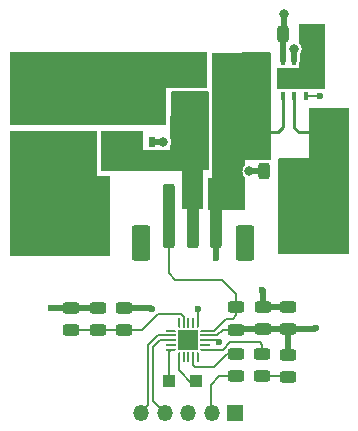
<source format=gbr>
%TF.GenerationSoftware,KiCad,Pcbnew,6.0.11-2627ca5db0~126~ubuntu22.04.1*%
%TF.CreationDate,2023-11-28T13:50:45+01:00*%
%TF.ProjectId,led_buck_3a,6c65645f-6275-4636-9b5f-33612e6b6963,rev?*%
%TF.SameCoordinates,Original*%
%TF.FileFunction,Copper,L1,Top*%
%TF.FilePolarity,Positive*%
%FSLAX46Y46*%
G04 Gerber Fmt 4.6, Leading zero omitted, Abs format (unit mm)*
G04 Created by KiCad (PCBNEW 6.0.11-2627ca5db0~126~ubuntu22.04.1) date 2023-11-28 13:50:45*
%MOMM*%
%LPD*%
G01*
G04 APERTURE LIST*
G04 Aperture macros list*
%AMRoundRect*
0 Rectangle with rounded corners*
0 $1 Rounding radius*
0 $2 $3 $4 $5 $6 $7 $8 $9 X,Y pos of 4 corners*
0 Add a 4 corners polygon primitive as box body*
4,1,4,$2,$3,$4,$5,$6,$7,$8,$9,$2,$3,0*
0 Add four circle primitives for the rounded corners*
1,1,$1+$1,$2,$3*
1,1,$1+$1,$4,$5*
1,1,$1+$1,$6,$7*
1,1,$1+$1,$8,$9*
0 Add four rect primitives between the rounded corners*
20,1,$1+$1,$2,$3,$4,$5,0*
20,1,$1+$1,$4,$5,$6,$7,0*
20,1,$1+$1,$6,$7,$8,$9,0*
20,1,$1+$1,$8,$9,$2,$3,0*%
%AMFreePoly0*
4,1,14,0.334644,0.085355,0.385355,0.034644,0.400000,-0.000711,0.400000,-0.050000,0.385355,-0.085355,0.350000,-0.100000,-0.350000,-0.100000,-0.385355,-0.085355,-0.400000,-0.050000,-0.400000,0.050000,-0.385355,0.085355,-0.350000,0.100000,0.299289,0.100000,0.334644,0.085355,0.334644,0.085355,$1*%
%AMFreePoly1*
4,1,14,0.385355,0.085355,0.400000,0.050000,0.400000,0.000711,0.385355,-0.034644,0.334644,-0.085355,0.299289,-0.100000,-0.350000,-0.100000,-0.385355,-0.085355,-0.400000,-0.050000,-0.400000,0.050000,-0.385355,0.085355,-0.350000,0.100000,0.350000,0.100000,0.385355,0.085355,0.385355,0.085355,$1*%
%AMFreePoly2*
4,1,14,0.085355,0.385355,0.100000,0.350000,0.100000,-0.350000,0.085355,-0.385355,0.050000,-0.400000,-0.050000,-0.400000,-0.085355,-0.385355,-0.100000,-0.350000,-0.100000,0.299289,-0.085355,0.334644,-0.034644,0.385355,0.000711,0.400000,0.050000,0.400000,0.085355,0.385355,0.085355,0.385355,$1*%
%AMFreePoly3*
4,1,14,0.034644,0.385355,0.085355,0.334644,0.100000,0.299289,0.100000,-0.350000,0.085355,-0.385355,0.050000,-0.400000,-0.050000,-0.400000,-0.085355,-0.385355,-0.100000,-0.350000,-0.100000,0.350000,-0.085355,0.385355,-0.050000,0.400000,-0.000711,0.400000,0.034644,0.385355,0.034644,0.385355,$1*%
%AMFreePoly4*
4,1,14,0.385355,0.085355,0.400000,0.050000,0.400000,-0.050000,0.385355,-0.085355,0.350000,-0.100000,-0.299289,-0.100000,-0.334644,-0.085355,-0.385355,-0.034644,-0.400000,0.000711,-0.400000,0.050000,-0.385355,0.085355,-0.350000,0.100000,0.350000,0.100000,0.385355,0.085355,0.385355,0.085355,$1*%
%AMFreePoly5*
4,1,14,0.385355,0.085355,0.400000,0.050000,0.400000,-0.050000,0.385355,-0.085355,0.350000,-0.100000,-0.350000,-0.100000,-0.385355,-0.085355,-0.400000,-0.050000,-0.400000,-0.000711,-0.385355,0.034644,-0.334644,0.085355,-0.299289,0.100000,0.350000,0.100000,0.385355,0.085355,0.385355,0.085355,$1*%
%AMFreePoly6*
4,1,14,0.085355,0.385355,0.100000,0.350000,0.100000,-0.299289,0.085355,-0.334644,0.034644,-0.385355,-0.000711,-0.400000,-0.050000,-0.400000,-0.085355,-0.385355,-0.100000,-0.350000,-0.100000,0.350000,-0.085355,0.385355,-0.050000,0.400000,0.050000,0.400000,0.085355,0.385355,0.085355,0.385355,$1*%
%AMFreePoly7*
4,1,14,0.085355,0.385355,0.100000,0.350000,0.100000,-0.350000,0.085355,-0.385355,0.050000,-0.400000,0.000711,-0.400000,-0.034644,-0.385355,-0.085355,-0.334644,-0.100000,-0.299289,-0.100000,0.350000,-0.085355,0.385355,-0.050000,0.400000,0.050000,0.400000,0.085355,0.385355,0.085355,0.385355,$1*%
G04 Aperture macros list end*
%TA.AperFunction,SMDPad,CuDef*%
%ADD10RoundRect,0.243750X-0.243750X-0.456250X0.243750X-0.456250X0.243750X0.456250X-0.243750X0.456250X0*%
%TD*%
%TA.AperFunction,SMDPad,CuDef*%
%ADD11RoundRect,0.243750X0.456250X-0.243750X0.456250X0.243750X-0.456250X0.243750X-0.456250X-0.243750X0*%
%TD*%
%TA.AperFunction,SMDPad,CuDef*%
%ADD12R,2.500000X1.800000*%
%TD*%
%TA.AperFunction,SMDPad,CuDef*%
%ADD13RoundRect,0.243750X-0.456250X0.243750X-0.456250X-0.243750X0.456250X-0.243750X0.456250X0.243750X0*%
%TD*%
%TA.AperFunction,SMDPad,CuDef*%
%ADD14FreePoly0,180.000000*%
%TD*%
%TA.AperFunction,SMDPad,CuDef*%
%ADD15RoundRect,0.050000X0.350000X0.050000X-0.350000X0.050000X-0.350000X-0.050000X0.350000X-0.050000X0*%
%TD*%
%TA.AperFunction,SMDPad,CuDef*%
%ADD16FreePoly1,180.000000*%
%TD*%
%TA.AperFunction,SMDPad,CuDef*%
%ADD17FreePoly2,180.000000*%
%TD*%
%TA.AperFunction,SMDPad,CuDef*%
%ADD18RoundRect,0.050000X0.050000X0.350000X-0.050000X0.350000X-0.050000X-0.350000X0.050000X-0.350000X0*%
%TD*%
%TA.AperFunction,SMDPad,CuDef*%
%ADD19FreePoly3,180.000000*%
%TD*%
%TA.AperFunction,SMDPad,CuDef*%
%ADD20FreePoly4,180.000000*%
%TD*%
%TA.AperFunction,SMDPad,CuDef*%
%ADD21FreePoly5,180.000000*%
%TD*%
%TA.AperFunction,SMDPad,CuDef*%
%ADD22FreePoly6,180.000000*%
%TD*%
%TA.AperFunction,SMDPad,CuDef*%
%ADD23FreePoly7,180.000000*%
%TD*%
%TA.AperFunction,SMDPad,CuDef*%
%ADD24R,1.700000X1.700000*%
%TD*%
%TA.AperFunction,SMDPad,CuDef*%
%ADD25RoundRect,0.250000X0.250000X2.500000X-0.250000X2.500000X-0.250000X-2.500000X0.250000X-2.500000X0*%
%TD*%
%TA.AperFunction,SMDPad,CuDef*%
%ADD26RoundRect,0.250000X0.550000X1.250000X-0.550000X1.250000X-0.550000X-1.250000X0.550000X-1.250000X0*%
%TD*%
%TA.AperFunction,SMDPad,CuDef*%
%ADD27R,0.420000X0.760000*%
%TD*%
%TA.AperFunction,SMDPad,CuDef*%
%ADD28R,2.300000X1.500000*%
%TD*%
%TA.AperFunction,SMDPad,CuDef*%
%ADD29R,3.400000X2.000000*%
%TD*%
%TA.AperFunction,SMDPad,CuDef*%
%ADD30RoundRect,0.250000X0.250000X0.475000X-0.250000X0.475000X-0.250000X-0.475000X0.250000X-0.475000X0*%
%TD*%
%TA.AperFunction,SMDPad,CuDef*%
%ADD31RoundRect,0.250000X0.425000X1.425000X-0.425000X1.425000X-0.425000X-1.425000X0.425000X-1.425000X0*%
%TD*%
%TA.AperFunction,SMDPad,CuDef*%
%ADD32RoundRect,0.243750X0.243750X0.456250X-0.243750X0.456250X-0.243750X-0.456250X0.243750X-0.456250X0*%
%TD*%
%TA.AperFunction,SMDPad,CuDef*%
%ADD33R,0.500000X0.850000*%
%TD*%
%TA.AperFunction,SMDPad,CuDef*%
%ADD34R,4.410000X4.550000*%
%TD*%
%TA.AperFunction,SMDPad,CuDef*%
%ADD35R,1.000000X1.000000*%
%TD*%
%TA.AperFunction,ComponentPad*%
%ADD36R,1.350000X1.350000*%
%TD*%
%TA.AperFunction,ComponentPad*%
%ADD37O,1.350000X1.350000*%
%TD*%
%TA.AperFunction,ComponentPad*%
%ADD38C,4.000000*%
%TD*%
%TA.AperFunction,ViaPad*%
%ADD39C,0.600000*%
%TD*%
%TA.AperFunction,ViaPad*%
%ADD40C,0.800000*%
%TD*%
%TA.AperFunction,Conductor*%
%ADD41C,0.500000*%
%TD*%
%TA.AperFunction,Conductor*%
%ADD42C,0.200000*%
%TD*%
%TA.AperFunction,Conductor*%
%ADD43C,0.250000*%
%TD*%
G04 APERTURE END LIST*
D10*
%TO.P,C4,1*%
%TO.N,+5V*%
X57662500Y-34040000D03*
%TO.P,C4,2*%
%TO.N,GND*%
X59537500Y-34040000D03*
%TD*%
D11*
%TO.P,C5,1*%
%TO.N,+5V*%
X58040000Y-59080000D03*
%TO.P,C5,2*%
%TO.N,GND*%
X58040000Y-57205000D03*
%TD*%
D12*
%TO.P,D1,1,K*%
%TO.N,VCC*%
X53400000Y-36900000D03*
%TO.P,D1,2,A*%
%TO.N,Net-(D1-Pad2)*%
X49400000Y-36900000D03*
%TD*%
D13*
%TO.P,D2,1,K*%
%TO.N,/LED*%
X55900000Y-61185000D03*
%TO.P,D2,2,A*%
%TO.N,Net-(D2-Pad2)*%
X55900000Y-63060000D03*
%TD*%
D11*
%TO.P,R2,1*%
%TO.N,+5V*%
X53670000Y-59090000D03*
%TO.P,R2,2*%
%TO.N,/MODE*%
X53670000Y-57215000D03*
%TD*%
D13*
%TO.P,R3,1*%
%TO.N,VCC*%
X44207500Y-57260000D03*
%TO.P,R3,2*%
%TO.N,/VMESS*%
X44207500Y-59135000D03*
%TD*%
D11*
%TO.P,R4,1*%
%TO.N,/VMESS*%
X41987500Y-59155000D03*
%TO.P,R4,2*%
%TO.N,GND*%
X41987500Y-57280000D03*
%TD*%
%TO.P,R5,1*%
%TO.N,Net-(D2-Pad2)*%
X58090000Y-63077500D03*
%TO.P,R5,2*%
%TO.N,+5V*%
X58090000Y-61202500D03*
%TD*%
D14*
%TO.P,U2,1,PA2*%
%TO.N,/LED*%
X51070000Y-60790000D03*
D15*
%TO.P,U2,2,PA3*%
%TO.N,unconnected-(U2-Pad2)*%
X51070000Y-60390000D03*
%TO.P,U2,3,GND*%
%TO.N,GND*%
X51070000Y-59990000D03*
%TO.P,U2,4,VCC*%
%TO.N,+5V*%
X51070000Y-59590000D03*
D16*
%TO.P,U2,5,PA4*%
%TO.N,/MODE*%
X51070000Y-59190000D03*
D17*
%TO.P,U2,6,PA5*%
%TO.N,/PWM*%
X50420000Y-58540000D03*
D18*
%TO.P,U2,7,PA6*%
%TO.N,unconnected-(U2-Pad7)*%
X50020000Y-58540000D03*
%TO.P,U2,8,PA7*%
%TO.N,unconnected-(U2-Pad8)*%
X49620000Y-58540000D03*
%TO.P,U2,9,PB5*%
%TO.N,/VMESS*%
X49220000Y-58540000D03*
D19*
%TO.P,U2,10,PB4*%
%TO.N,unconnected-(U2-Pad10)*%
X48820000Y-58540000D03*
D20*
%TO.P,U2,11,PB3*%
%TO.N,unconnected-(U2-Pad11)*%
X48170000Y-59190000D03*
D15*
%TO.P,U2,12,PB2*%
%TO.N,/TXD*%
X48170000Y-59590000D03*
%TO.P,U2,13,PB1*%
%TO.N,/RXD*%
X48170000Y-59990000D03*
%TO.P,U2,14,PB0*%
%TO.N,unconnected-(U2-Pad14)*%
X48170000Y-60390000D03*
D21*
%TO.P,U2,15,PC0*%
%TO.N,Net-(TP4-Pad1)*%
X48170000Y-60790000D03*
D22*
%TO.P,U2,16,PC1*%
%TO.N,Net-(TP1-Pad1)*%
X48820000Y-61440000D03*
D18*
%TO.P,U2,17,PC2*%
%TO.N,unconnected-(U2-Pad17)*%
X49220000Y-61440000D03*
%TO.P,U2,18,PC3*%
%TO.N,unconnected-(U2-Pad18)*%
X49620000Y-61440000D03*
%TO.P,U2,19,~{RESET}/PA0*%
%TO.N,Net-(R8-Pad1)*%
X50020000Y-61440000D03*
D23*
%TO.P,U2,20,PA1*%
%TO.N,unconnected-(U2-Pad20)*%
X50420000Y-61440000D03*
D24*
%TO.P,U2,21,GND*%
%TO.N,GND*%
X49620000Y-59990000D03*
%TD*%
D25*
%TO.P,J3,1,Pin_1*%
%TO.N,VCC*%
X52000000Y-49500000D03*
%TO.P,J3,2,Pin_2*%
%TO.N,GND*%
X50000000Y-49500000D03*
%TO.P,J3,3,Pin_3*%
%TO.N,/MODE*%
X48000000Y-49500000D03*
D26*
%TO.P,J3,MP*%
%TO.N,N/C*%
X54400000Y-51750000D03*
X45600000Y-51750000D03*
%TD*%
D27*
%TO.P,U1,1,IN*%
%TO.N,VCC*%
X57650000Y-39285000D03*
%TO.P,U1,2,CSN*%
%TO.N,Net-(C3-Pad2)*%
X58600000Y-39285000D03*
%TO.P,U1,3,DIM*%
%TO.N,/PWM*%
X59550000Y-39285000D03*
%TO.P,U1,4,GND*%
%TO.N,GND*%
X59550000Y-36315000D03*
%TO.P,U1,5,DRV*%
%TO.N,Net-(Q1-Pad4)*%
X58600000Y-36315000D03*
%TO.P,U1,6,VCC*%
%TO.N,+5V*%
X57650000Y-36315000D03*
D28*
%TO.P,U1,7,EP*%
%TO.N,GND*%
X58600000Y-37800000D03*
%TD*%
D11*
%TO.P,C6,1*%
%TO.N,+5V*%
X55914000Y-59081500D03*
%TO.P,C6,2*%
%TO.N,GND*%
X55914000Y-57206500D03*
%TD*%
D29*
%TO.P,L1,1,1*%
%TO.N,Net-(C3-Pad1)*%
X37800000Y-43550000D03*
%TO.P,L1,2,2*%
%TO.N,Net-(D1-Pad2)*%
X37800000Y-37850000D03*
%TD*%
D30*
%TO.P,C1,1*%
%TO.N,VCC*%
X52350000Y-42800000D03*
%TO.P,C1,2*%
%TO.N,GND*%
X50450000Y-42800000D03*
%TD*%
D11*
%TO.P,C7,1*%
%TO.N,/VMESS*%
X39647500Y-59162500D03*
%TO.P,C7,2*%
%TO.N,GND*%
X39647500Y-57287500D03*
%TD*%
D31*
%TO.P,R1,1*%
%TO.N,Net-(C3-Pad2)*%
X61100000Y-42400000D03*
%TO.P,R1,2*%
%TO.N,VCC*%
X55300000Y-42400000D03*
%TD*%
D32*
%TO.P,C2,1*%
%TO.N,VCC*%
X52537500Y-39900000D03*
%TO.P,C2,2*%
%TO.N,GND*%
X50662500Y-39900000D03*
%TD*%
D33*
%TO.P,Q1,1,S*%
%TO.N,GND*%
X42695000Y-43200000D03*
%TO.P,Q1,2,S*%
X43965000Y-43200000D03*
%TO.P,Q1,3,S*%
X45235000Y-43200000D03*
%TO.P,Q1,4,G*%
%TO.N,Net-(Q1-Pad4)*%
X46505000Y-43200000D03*
D34*
%TO.P,Q1,5,D*%
%TO.N,Net-(D1-Pad2)*%
X44600000Y-39250000D03*
%TD*%
D13*
%TO.P,R8,1*%
%TO.N,Net-(R8-Pad1)*%
X53690000Y-61182500D03*
%TO.P,R8,2*%
%TO.N,Net-(J4-Pad2)*%
X53690000Y-63057500D03*
%TD*%
D10*
%TO.P,C3,1*%
%TO.N,Net-(C3-Pad1)*%
X56025000Y-45700000D03*
%TO.P,C3,2*%
%TO.N,Net-(C3-Pad2)*%
X57900000Y-45700000D03*
%TD*%
D35*
%TO.P,TP1,1,1*%
%TO.N,Net-(TP1-Pad1)*%
X50250000Y-63450000D03*
%TD*%
D36*
%TO.P,J4,1,Pin_1*%
%TO.N,+5V*%
X53610000Y-66130000D03*
D37*
%TO.P,J4,2,Pin_2*%
%TO.N,Net-(J4-Pad2)*%
X51610000Y-66130000D03*
%TO.P,J4,3,Pin_3*%
%TO.N,GND*%
X49610000Y-66130000D03*
%TO.P,J4,4,Pin_4*%
%TO.N,/RXD*%
X47610000Y-66130000D03*
%TO.P,J4,5,Pin_5*%
%TO.N,/TXD*%
X45610000Y-66130000D03*
%TD*%
D35*
%TO.P,TP4,1,1*%
%TO.N,Net-(TP4-Pad1)*%
X48000000Y-63450000D03*
%TD*%
D38*
%TO.P,J1,1,Pin_1*%
%TO.N,Net-(C3-Pad2)*%
X60000000Y-50000000D03*
%TD*%
%TO.P,J2,1,Pin_1*%
%TO.N,Net-(C3-Pad1)*%
X40000000Y-50000000D03*
%TD*%
D39*
%TO.N,GND*%
X55900000Y-55750000D03*
D40*
X46300000Y-44700000D03*
X48300000Y-44700000D03*
X47300000Y-44700000D03*
D39*
X52249579Y-60158736D03*
D40*
X45200000Y-44700000D03*
X57900000Y-37800000D03*
D39*
X49670000Y-60050000D03*
D40*
X59200000Y-37800000D03*
D39*
X38007500Y-57300000D03*
D40*
X60600000Y-36400000D03*
X43200000Y-44700000D03*
X44200000Y-44700000D03*
X60600000Y-37800000D03*
D39*
%TO.N,VCC*%
X46520000Y-57310000D03*
X51990000Y-53030000D03*
D40*
%TO.N,Net-(C3-Pad1)*%
X54800000Y-45700000D03*
D39*
%TO.N,+5V*%
X60446483Y-58996483D03*
D40*
X57700002Y-32400000D03*
D39*
%TO.N,/PWM*%
X60800000Y-39300000D03*
X50430000Y-57320000D03*
D40*
%TO.N,Net-(Q1-Pad4)*%
X47499998Y-43200000D03*
X58600000Y-35300000D03*
%TD*%
D41*
%TO.N,GND*%
X55914000Y-55764000D02*
X55900000Y-55750000D01*
X55914000Y-57206500D02*
X55914000Y-55764000D01*
X58040000Y-57205000D02*
X55915500Y-57205000D01*
X55915500Y-57205000D02*
X55914000Y-57206500D01*
%TO.N,VCC*%
X44207500Y-57260000D02*
X46470000Y-57260000D01*
X46470000Y-57260000D02*
X46520000Y-57310000D01*
D42*
%TO.N,GND*%
X52250000Y-60159157D02*
X52249579Y-60158736D01*
D41*
X39647500Y-57287500D02*
X38020000Y-57287500D01*
D42*
X52250000Y-60170000D02*
X52250000Y-60159157D01*
X51070000Y-59990000D02*
X52070000Y-59990000D01*
X52070000Y-59990000D02*
X52250000Y-60170000D01*
D41*
X49620000Y-59990000D02*
X49620000Y-60000000D01*
X49620000Y-60000000D02*
X49670000Y-60050000D01*
X38020000Y-57287500D02*
X38007500Y-57300000D01*
X39655000Y-57280000D02*
X39647500Y-57287500D01*
X41987500Y-57280000D02*
X39655000Y-57280000D01*
D43*
%TO.N,VCC*%
X55300000Y-42400000D02*
X57200000Y-42400000D01*
X57200000Y-42400000D02*
X57650000Y-41950000D01*
X57650000Y-41950000D02*
X57650000Y-39285000D01*
D41*
X51990000Y-49510000D02*
X52000000Y-49500000D01*
X51990000Y-53030000D02*
X51990000Y-49510000D01*
%TO.N,Net-(C3-Pad1)*%
X56025000Y-45700000D02*
X54800000Y-45700000D01*
%TO.N,+5V*%
X60362966Y-59080000D02*
X58040000Y-59080000D01*
X57700000Y-33000000D02*
X57700000Y-32400002D01*
D43*
X57700000Y-34475000D02*
X57725000Y-34500000D01*
X57650000Y-34575000D02*
X57725000Y-34500000D01*
D41*
X55914000Y-59081500D02*
X53678500Y-59081500D01*
X53678500Y-59081500D02*
X53670000Y-59090000D01*
D42*
X51070000Y-59590000D02*
X52060000Y-59590000D01*
D41*
X57700000Y-34475000D02*
X57700000Y-33000000D01*
D42*
X52560000Y-59090000D02*
X53670000Y-59090000D01*
D41*
X58040000Y-59080000D02*
X55915500Y-59080000D01*
X58090000Y-59130000D02*
X58040000Y-59080000D01*
D42*
X52060000Y-59590000D02*
X52560000Y-59090000D01*
D41*
X58090000Y-61202500D02*
X58090000Y-59130000D01*
X55915500Y-59080000D02*
X55914000Y-59081500D01*
X57650000Y-36315000D02*
X57650000Y-34575000D01*
X60446483Y-58996483D02*
X60362966Y-59080000D01*
X57700000Y-32400002D02*
X57700002Y-32400000D01*
D42*
%TO.N,Net-(D2-Pad2)*%
X55900000Y-63060000D02*
X58072500Y-63060000D01*
X58072500Y-63060000D02*
X58090000Y-63077500D01*
%TO.N,/LED*%
X52530000Y-60790000D02*
X52550000Y-60810000D01*
X55700000Y-60170000D02*
X55900000Y-60370000D01*
X55900000Y-60370000D02*
X55900000Y-61185000D01*
X53190000Y-60170000D02*
X55700000Y-60170000D01*
X51070000Y-60790000D02*
X52530000Y-60790000D01*
X52550000Y-60810000D02*
X53190000Y-60170000D01*
%TO.N,/MODE*%
X53680000Y-57205000D02*
X53670000Y-57215000D01*
X53670000Y-57880000D02*
X53390000Y-58160000D01*
X48000000Y-54330000D02*
X48000000Y-49500000D01*
X53680000Y-56060000D02*
X52480000Y-54860000D01*
X51770000Y-59190000D02*
X51070000Y-59190000D01*
X53680000Y-56060000D02*
X53680000Y-57205000D01*
X52800000Y-58160000D02*
X51770000Y-59190000D01*
X53390000Y-58160000D02*
X52800000Y-58160000D01*
X48530000Y-54860000D02*
X48000000Y-54330000D01*
X52480000Y-54860000D02*
X48530000Y-54860000D01*
X53670000Y-57215000D02*
X53670000Y-57880000D01*
%TO.N,Net-(TP1-Pad1)*%
X48820000Y-62536000D02*
X50038000Y-63754000D01*
X48820000Y-61440000D02*
X48820000Y-62536000D01*
%TO.N,/PWM*%
X60800000Y-39300000D02*
X59565000Y-39300000D01*
X50430000Y-57320000D02*
X50420000Y-57330000D01*
X59565000Y-39300000D02*
X59550000Y-39285000D01*
X50420000Y-57330000D02*
X50420000Y-58540000D01*
D41*
%TO.N,Net-(Q1-Pad4)*%
X58600000Y-36315000D02*
X58600000Y-35300000D01*
X46505000Y-43200000D02*
X47499998Y-43200000D01*
D42*
%TO.N,/VMESS*%
X44187500Y-59155000D02*
X44207500Y-59135000D01*
X45695000Y-59135000D02*
X47020000Y-57810000D01*
X41987500Y-59155000D02*
X44187500Y-59155000D01*
X47020000Y-57810000D02*
X48984975Y-57810000D01*
X44207500Y-59135000D02*
X45695000Y-59135000D01*
X41980000Y-59162500D02*
X41987500Y-59155000D01*
X48984975Y-57810000D02*
X49220000Y-58045025D01*
X39647500Y-59162500D02*
X41980000Y-59162500D01*
X49220000Y-58045025D02*
X49220000Y-58540000D01*
D43*
%TO.N,Net-(C3-Pad2)*%
X59000000Y-42400000D02*
X58600000Y-42000000D01*
X58600000Y-42000000D02*
X58600000Y-39285000D01*
X61100000Y-42400000D02*
X59000000Y-42400000D01*
D42*
%TO.N,Net-(R8-Pad1)*%
X50020000Y-61440000D02*
X50020000Y-62070000D01*
X52865000Y-61185000D02*
X53660000Y-61185000D01*
X51800000Y-62250000D02*
X52865000Y-61185000D01*
X50200000Y-62250000D02*
X51800000Y-62250000D01*
X50020000Y-62070000D02*
X50200000Y-62250000D01*
%TO.N,Net-(TP4-Pad1)*%
X48170000Y-60790000D02*
X48006000Y-60954000D01*
X48006000Y-60954000D02*
X48006000Y-63754000D01*
%TO.N,Net-(J4-Pad2)*%
X51520000Y-66040000D02*
X51610000Y-66130000D01*
X53660000Y-63060000D02*
X52210000Y-63060000D01*
X51520000Y-63750000D02*
X51520000Y-66040000D01*
X52210000Y-63060000D02*
X51520000Y-63750000D01*
%TO.N,/RXD*%
X48170000Y-59990000D02*
X47215686Y-59990000D01*
X46640000Y-65160000D02*
X47610000Y-66130000D01*
X47215686Y-59990000D02*
X46640000Y-60565686D01*
X46640000Y-60565686D02*
X46640000Y-65160000D01*
%TO.N,/TXD*%
X47050000Y-59590000D02*
X46240000Y-60400001D01*
X46240000Y-60400001D02*
X46240000Y-65500000D01*
X46240000Y-65500000D02*
X45520000Y-66220000D01*
X48170000Y-59590000D02*
X47050000Y-59590000D01*
%TD*%
%TA.AperFunction,Conductor*%
%TO.N,Net-(D1-Pad2)*%
G36*
X51173566Y-35617313D02*
G01*
X51198876Y-35661150D01*
X51200000Y-35674000D01*
X51200000Y-38526000D01*
X51182687Y-38573566D01*
X51138850Y-38598876D01*
X51126000Y-38600000D01*
X47700000Y-38600000D01*
X47700000Y-41726000D01*
X47682687Y-41773566D01*
X47638850Y-41798876D01*
X47626000Y-41800000D01*
X34574000Y-41800000D01*
X34526434Y-41782687D01*
X34501124Y-41738850D01*
X34500000Y-41726000D01*
X34500000Y-35674000D01*
X34517313Y-35626434D01*
X34561150Y-35601124D01*
X34574000Y-35600000D01*
X51126000Y-35600000D01*
X51173566Y-35617313D01*
G37*
%TD.AperFunction*%
%TD*%
%TA.AperFunction,Conductor*%
%TO.N,Net-(C3-Pad1)*%
G36*
X41873566Y-42267313D02*
G01*
X41898876Y-42311150D01*
X41900000Y-42324000D01*
X41900000Y-46100000D01*
X42926000Y-46100000D01*
X42973566Y-46117313D01*
X42998876Y-46161150D01*
X43000000Y-46174000D01*
X43000000Y-52826000D01*
X42982687Y-52873566D01*
X42938850Y-52898876D01*
X42926000Y-52900000D01*
X34574000Y-52900000D01*
X34526434Y-52882687D01*
X34501124Y-52838850D01*
X34500000Y-52826000D01*
X34500000Y-42324000D01*
X34517313Y-42276434D01*
X34561150Y-42251124D01*
X34574000Y-42250000D01*
X41826000Y-42250000D01*
X41873566Y-42267313D01*
G37*
%TD.AperFunction*%
%TD*%
%TA.AperFunction,Conductor*%
%TO.N,VCC*%
G36*
X56572991Y-35617586D02*
G01*
X56598742Y-35661166D01*
X56600000Y-35674751D01*
X56600000Y-44626000D01*
X56582687Y-44673566D01*
X56538850Y-44698876D01*
X56526000Y-44700000D01*
X54400000Y-44700000D01*
X54400000Y-45213679D01*
X54382687Y-45261245D01*
X54378328Y-45266003D01*
X54375566Y-45268765D01*
X54371718Y-45271718D01*
X54368764Y-45275568D01*
X54278416Y-45393311D01*
X54278414Y-45393315D01*
X54275464Y-45397159D01*
X54214956Y-45543238D01*
X54194318Y-45700000D01*
X54214956Y-45856762D01*
X54275464Y-46002841D01*
X54278414Y-46006685D01*
X54278416Y-46006689D01*
X54347839Y-46097162D01*
X54371718Y-46128282D01*
X54375566Y-46131235D01*
X54378328Y-46133997D01*
X54399719Y-46179874D01*
X54400000Y-46186321D01*
X54400000Y-48886000D01*
X54382687Y-48933566D01*
X54338850Y-48958876D01*
X54326000Y-48960000D01*
X51359000Y-48960000D01*
X51311434Y-48942687D01*
X51286124Y-48898850D01*
X51285000Y-48886000D01*
X51285000Y-46302000D01*
X51302313Y-46254434D01*
X51346150Y-46229124D01*
X51359000Y-46228000D01*
X51650000Y-46228000D01*
X51650000Y-35723256D01*
X51667313Y-35675690D01*
X51711150Y-35650380D01*
X51723252Y-35649260D01*
X56525253Y-35600755D01*
X56572991Y-35617586D01*
G37*
%TD.AperFunction*%
%TD*%
%TA.AperFunction,Conductor*%
%TO.N,Net-(C3-Pad2)*%
G36*
X63173566Y-40317313D02*
G01*
X63198876Y-40361150D01*
X63200000Y-40374000D01*
X63200000Y-52626000D01*
X63182687Y-52673566D01*
X63138850Y-52698876D01*
X63126000Y-52700000D01*
X57274000Y-52700000D01*
X57226434Y-52682687D01*
X57201124Y-52638850D01*
X57200000Y-52626000D01*
X57200000Y-44674000D01*
X57217313Y-44626434D01*
X57261150Y-44601124D01*
X57274000Y-44600000D01*
X59800000Y-44600000D01*
X59800000Y-40374000D01*
X59817313Y-40326434D01*
X59861150Y-40301124D01*
X59874000Y-40300000D01*
X63126000Y-40300000D01*
X63173566Y-40317313D01*
G37*
%TD.AperFunction*%
%TD*%
%TA.AperFunction,Conductor*%
%TO.N,GND*%
G36*
X61173566Y-33217313D02*
G01*
X61198876Y-33261150D01*
X61200000Y-33274000D01*
X61200000Y-38626000D01*
X61182687Y-38673566D01*
X61138850Y-38698876D01*
X61126000Y-38700000D01*
X57174000Y-38700000D01*
X57126434Y-38682687D01*
X57101124Y-38638850D01*
X57100000Y-38626000D01*
X57100000Y-36974000D01*
X57117313Y-36926434D01*
X57161150Y-36901124D01*
X57174000Y-36900000D01*
X59000000Y-36900000D01*
X59000000Y-36774823D01*
X59001422Y-36760386D01*
X59009790Y-36718318D01*
X59009790Y-36718317D01*
X59010500Y-36714748D01*
X59010500Y-36522523D01*
X59013945Y-36500209D01*
X59048706Y-36390298D01*
X59049980Y-36386270D01*
X59050500Y-36379663D01*
X59050500Y-35724446D01*
X59065792Y-35679398D01*
X59121584Y-35606689D01*
X59121586Y-35606686D01*
X59124536Y-35602841D01*
X59185044Y-35456762D01*
X59205682Y-35300000D01*
X59185044Y-35143238D01*
X59124536Y-34997159D01*
X59121586Y-34993315D01*
X59121584Y-34993311D01*
X59031236Y-34875568D01*
X59028282Y-34871718D01*
X59024434Y-34868765D01*
X59021672Y-34866003D01*
X59000281Y-34820126D01*
X59000000Y-34813679D01*
X59000000Y-33274000D01*
X59017313Y-33226434D01*
X59061150Y-33201124D01*
X59074000Y-33200000D01*
X61126000Y-33200000D01*
X61173566Y-33217313D01*
G37*
%TD.AperFunction*%
%TD*%
%TA.AperFunction,Conductor*%
%TO.N,GND*%
G36*
X51292121Y-38920002D02*
G01*
X51338614Y-38973658D01*
X51350000Y-39026000D01*
X51350001Y-45473906D01*
X51329999Y-45542027D01*
X51276343Y-45588520D01*
X51224098Y-45599906D01*
X50872116Y-45600176D01*
X50854000Y-45600190D01*
X50854000Y-45613713D01*
X50854001Y-48773999D01*
X50833999Y-48842120D01*
X50780343Y-48888613D01*
X50728001Y-48899999D01*
X49972001Y-48900000D01*
X49216000Y-48900000D01*
X49147879Y-48879998D01*
X49101386Y-48826342D01*
X49090000Y-48774000D01*
X49090000Y-45700000D01*
X42326000Y-45700000D01*
X42257879Y-45679998D01*
X42211386Y-45626342D01*
X42200000Y-45574000D01*
X42200000Y-42375976D01*
X42220002Y-42307855D01*
X42273658Y-42261362D01*
X42326002Y-42249976D01*
X43999662Y-42250000D01*
X45674002Y-42250025D01*
X45742122Y-42270028D01*
X45788614Y-42323684D01*
X45800000Y-42376025D01*
X45800000Y-43899948D01*
X46783898Y-43899970D01*
X48081883Y-43900000D01*
X48100000Y-43900000D01*
X48102000Y-43481085D01*
X48111092Y-43434691D01*
X48134004Y-43377695D01*
X48136840Y-43370641D01*
X48159160Y-43213807D01*
X48159305Y-43200000D01*
X48140274Y-43042733D01*
X48112789Y-42969997D01*
X48104656Y-42924857D01*
X48123274Y-39025398D01*
X48143602Y-38957374D01*
X48197479Y-38911138D01*
X48249273Y-38900000D01*
X51224000Y-38900000D01*
X51292121Y-38920002D01*
G37*
%TD.AperFunction*%
%TD*%
M02*

</source>
